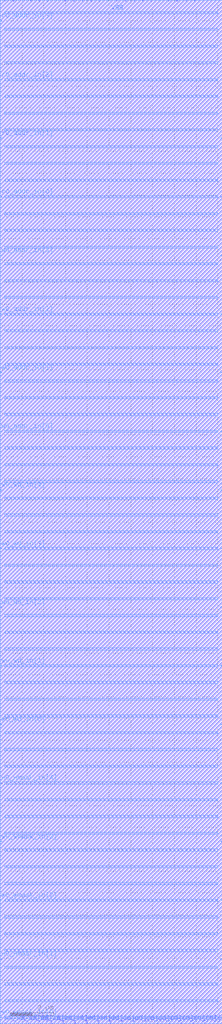
<source format=lef>
VERSION 5.7 ;
BUSBITCHARS "[]" ;
MACRO fakeram_18x256_1r1w
  FOREIGN fakeram_18x256_1r1w 0 0 ;
  SYMMETRY X Y R90 ;
  SIZE 10.203 BY 46.937 ;
  CLASS BLOCK ;
  PIN w0_wmask_in[0]
    DIRECTION INPUT ;
    USE SIGNAL ;
    SHAPE ABUTMENT ;
    PORT
      LAYER M4 ;
      RECT 0.000 0.276 0.072 0.300 ;
    END
  END w0_wmask_in[0]
  PIN w0_wmask_in[1]
    DIRECTION INPUT ;
    USE SIGNAL ;
    SHAPE ABUTMENT ;
    PORT
      LAYER M4 ;
      RECT 0.000 2.964 0.072 2.988 ;
    END
  END w0_wmask_in[1]
  PIN w0_wmask_in[2]
    DIRECTION INPUT ;
    USE SIGNAL ;
    SHAPE ABUTMENT ;
    PORT
      LAYER M4 ;
      RECT 0.000 5.652 0.072 5.676 ;
    END
  END w0_wmask_in[2]
  PIN w0_wmask_in[3]
    DIRECTION INPUT ;
    USE SIGNAL ;
    SHAPE ABUTMENT ;
    PORT
      LAYER M4 ;
      RECT 0.000 8.340 0.072 8.364 ;
    END
  END w0_wmask_in[3]
  PIN w0_wmask_in[4]
    DIRECTION INPUT ;
    USE SIGNAL ;
    SHAPE ABUTMENT ;
    PORT
      LAYER M4 ;
      RECT 0.000 11.028 0.072 11.052 ;
    END
  END w0_wmask_in[4]
  PIN w0_wmask_in[5]
    DIRECTION INPUT ;
    USE SIGNAL ;
    SHAPE ABUTMENT ;
    PORT
      LAYER M4 ;
      RECT 10.131 0.276 10.203 0.300 ;
    END
  END w0_wmask_in[5]
  PIN w0_wmask_in[6]
    DIRECTION INPUT ;
    USE SIGNAL ;
    SHAPE ABUTMENT ;
    PORT
      LAYER M4 ;
      RECT 10.131 2.964 10.203 2.988 ;
    END
  END w0_wmask_in[6]
  PIN w0_wmask_in[7]
    DIRECTION INPUT ;
    USE SIGNAL ;
    SHAPE ABUTMENT ;
    PORT
      LAYER M4 ;
      RECT 10.131 5.652 10.203 5.676 ;
    END
  END w0_wmask_in[7]
  PIN w0_wmask_in[8]
    DIRECTION INPUT ;
    USE SIGNAL ;
    SHAPE ABUTMENT ;
    PORT
      LAYER M4 ;
      RECT 10.131 8.340 10.203 8.364 ;
    END
  END w0_wmask_in[8]
  PIN w0_wmask_in[9]
    DIRECTION INPUT ;
    USE SIGNAL ;
    SHAPE ABUTMENT ;
    PORT
      LAYER M3 ;
      RECT 0.207 46.883 0.225 46.937 ;
    END
  END w0_wmask_in[9]
  PIN w0_wmask_in[10]
    DIRECTION INPUT ;
    USE SIGNAL ;
    SHAPE ABUTMENT ;
    PORT
      LAYER M3 ;
      RECT 0.603 46.883 0.621 46.937 ;
    END
  END w0_wmask_in[10]
  PIN w0_wmask_in[11]
    DIRECTION INPUT ;
    USE SIGNAL ;
    SHAPE ABUTMENT ;
    PORT
      LAYER M3 ;
      RECT 0.999 46.883 1.017 46.937 ;
    END
  END w0_wmask_in[11]
  PIN w0_wmask_in[12]
    DIRECTION INPUT ;
    USE SIGNAL ;
    SHAPE ABUTMENT ;
    PORT
      LAYER M3 ;
      RECT 1.395 46.883 1.413 46.937 ;
    END
  END w0_wmask_in[12]
  PIN w0_wmask_in[13]
    DIRECTION INPUT ;
    USE SIGNAL ;
    SHAPE ABUTMENT ;
    PORT
      LAYER M3 ;
      RECT 1.791 46.883 1.809 46.937 ;
    END
  END w0_wmask_in[13]
  PIN w0_wmask_in[14]
    DIRECTION INPUT ;
    USE SIGNAL ;
    SHAPE ABUTMENT ;
    PORT
      LAYER M3 ;
      RECT 2.187 46.883 2.205 46.937 ;
    END
  END w0_wmask_in[14]
  PIN w0_wmask_in[15]
    DIRECTION INPUT ;
    USE SIGNAL ;
    SHAPE ABUTMENT ;
    PORT
      LAYER M3 ;
      RECT 2.583 46.883 2.601 46.937 ;
    END
  END w0_wmask_in[15]
  PIN w0_wmask_in[16]
    DIRECTION INPUT ;
    USE SIGNAL ;
    SHAPE ABUTMENT ;
    PORT
      LAYER M3 ;
      RECT 2.979 46.883 2.997 46.937 ;
    END
  END w0_wmask_in[16]
  PIN w0_wmask_in[17]
    DIRECTION INPUT ;
    USE SIGNAL ;
    SHAPE ABUTMENT ;
    PORT
      LAYER M3 ;
      RECT 3.375 46.883 3.393 46.937 ;
    END
  END w0_wmask_in[17]
  PIN w0_wd_in[0]
    DIRECTION INPUT ;
    USE SIGNAL ;
    SHAPE ABUTMENT ;
    PORT
      LAYER M4 ;
      RECT 0.000 13.716 0.072 13.740 ;
    END
  END w0_wd_in[0]
  PIN w0_wd_in[1]
    DIRECTION INPUT ;
    USE SIGNAL ;
    SHAPE ABUTMENT ;
    PORT
      LAYER M4 ;
      RECT 0.000 16.404 0.072 16.428 ;
    END
  END w0_wd_in[1]
  PIN w0_wd_in[2]
    DIRECTION INPUT ;
    USE SIGNAL ;
    SHAPE ABUTMENT ;
    PORT
      LAYER M4 ;
      RECT 0.000 19.092 0.072 19.116 ;
    END
  END w0_wd_in[2]
  PIN w0_wd_in[3]
    DIRECTION INPUT ;
    USE SIGNAL ;
    SHAPE ABUTMENT ;
    PORT
      LAYER M4 ;
      RECT 0.000 21.780 0.072 21.804 ;
    END
  END w0_wd_in[3]
  PIN w0_wd_in[4]
    DIRECTION INPUT ;
    USE SIGNAL ;
    SHAPE ABUTMENT ;
    PORT
      LAYER M4 ;
      RECT 0.000 24.468 0.072 24.492 ;
    END
  END w0_wd_in[4]
  PIN w0_wd_in[5]
    DIRECTION INPUT ;
    USE SIGNAL ;
    SHAPE ABUTMENT ;
    PORT
      LAYER M4 ;
      RECT 10.131 11.028 10.203 11.052 ;
    END
  END w0_wd_in[5]
  PIN w0_wd_in[6]
    DIRECTION INPUT ;
    USE SIGNAL ;
    SHAPE ABUTMENT ;
    PORT
      LAYER M4 ;
      RECT 10.131 13.716 10.203 13.740 ;
    END
  END w0_wd_in[6]
  PIN w0_wd_in[7]
    DIRECTION INPUT ;
    USE SIGNAL ;
    SHAPE ABUTMENT ;
    PORT
      LAYER M4 ;
      RECT 10.131 16.404 10.203 16.428 ;
    END
  END w0_wd_in[7]
  PIN w0_wd_in[8]
    DIRECTION INPUT ;
    USE SIGNAL ;
    SHAPE ABUTMENT ;
    PORT
      LAYER M4 ;
      RECT 10.131 19.092 10.203 19.116 ;
    END
  END w0_wd_in[8]
  PIN w0_wd_in[9]
    DIRECTION OUTPUT ;
    USE SIGNAL ;
    SHAPE ABUTMENT ;
    PORT
      LAYER M3 ;
      RECT 0.207 0.000 0.225 0.054 ;
    END
  END w0_wd_in[9]
  PIN w0_wd_in[10]
    DIRECTION OUTPUT ;
    USE SIGNAL ;
    SHAPE ABUTMENT ;
    PORT
      LAYER M3 ;
      RECT 0.747 0.000 0.765 0.054 ;
    END
  END w0_wd_in[10]
  PIN w0_wd_in[11]
    DIRECTION OUTPUT ;
    USE SIGNAL ;
    SHAPE ABUTMENT ;
    PORT
      LAYER M3 ;
      RECT 1.287 0.000 1.305 0.054 ;
    END
  END w0_wd_in[11]
  PIN w0_wd_in[12]
    DIRECTION OUTPUT ;
    USE SIGNAL ;
    SHAPE ABUTMENT ;
    PORT
      LAYER M3 ;
      RECT 1.827 0.000 1.845 0.054 ;
    END
  END w0_wd_in[12]
  PIN w0_wd_in[13]
    DIRECTION OUTPUT ;
    USE SIGNAL ;
    SHAPE ABUTMENT ;
    PORT
      LAYER M3 ;
      RECT 2.367 0.000 2.385 0.054 ;
    END
  END w0_wd_in[13]
  PIN w0_wd_in[14]
    DIRECTION OUTPUT ;
    USE SIGNAL ;
    SHAPE ABUTMENT ;
    PORT
      LAYER M3 ;
      RECT 2.907 0.000 2.925 0.054 ;
    END
  END w0_wd_in[14]
  PIN w0_wd_in[15]
    DIRECTION OUTPUT ;
    USE SIGNAL ;
    SHAPE ABUTMENT ;
    PORT
      LAYER M3 ;
      RECT 3.447 0.000 3.465 0.054 ;
    END
  END w0_wd_in[15]
  PIN w0_wd_in[16]
    DIRECTION OUTPUT ;
    USE SIGNAL ;
    SHAPE ABUTMENT ;
    PORT
      LAYER M3 ;
      RECT 3.987 0.000 4.005 0.054 ;
    END
  END w0_wd_in[16]
  PIN w0_wd_in[17]
    DIRECTION OUTPUT ;
    USE SIGNAL ;
    SHAPE ABUTMENT ;
    PORT
      LAYER M3 ;
      RECT 4.527 0.000 4.545 0.054 ;
    END
  END w0_wd_in[17]
  PIN r0_rd_out[0]
    DIRECTION OUTPUT ;
    USE SIGNAL ;
    SHAPE ABUTMENT ;
    PORT
      LAYER M3 ;
      RECT 5.067 0.000 5.085 0.054 ;
    END
  END r0_rd_out[0]
  PIN r0_rd_out[1]
    DIRECTION OUTPUT ;
    USE SIGNAL ;
    SHAPE ABUTMENT ;
    PORT
      LAYER M3 ;
      RECT 5.607 0.000 5.625 0.054 ;
    END
  END r0_rd_out[1]
  PIN r0_rd_out[2]
    DIRECTION OUTPUT ;
    USE SIGNAL ;
    SHAPE ABUTMENT ;
    PORT
      LAYER M3 ;
      RECT 6.147 0.000 6.165 0.054 ;
    END
  END r0_rd_out[2]
  PIN r0_rd_out[3]
    DIRECTION OUTPUT ;
    USE SIGNAL ;
    SHAPE ABUTMENT ;
    PORT
      LAYER M3 ;
      RECT 6.687 0.000 6.705 0.054 ;
    END
  END r0_rd_out[3]
  PIN r0_rd_out[4]
    DIRECTION OUTPUT ;
    USE SIGNAL ;
    SHAPE ABUTMENT ;
    PORT
      LAYER M3 ;
      RECT 7.227 0.000 7.245 0.054 ;
    END
  END r0_rd_out[4]
  PIN r0_rd_out[5]
    DIRECTION OUTPUT ;
    USE SIGNAL ;
    SHAPE ABUTMENT ;
    PORT
      LAYER M3 ;
      RECT 7.767 0.000 7.785 0.054 ;
    END
  END r0_rd_out[5]
  PIN r0_rd_out[6]
    DIRECTION OUTPUT ;
    USE SIGNAL ;
    SHAPE ABUTMENT ;
    PORT
      LAYER M3 ;
      RECT 8.307 0.000 8.325 0.054 ;
    END
  END r0_rd_out[6]
  PIN r0_rd_out[7]
    DIRECTION OUTPUT ;
    USE SIGNAL ;
    SHAPE ABUTMENT ;
    PORT
      LAYER M3 ;
      RECT 8.847 0.000 8.865 0.054 ;
    END
  END r0_rd_out[7]
  PIN r0_rd_out[8]
    DIRECTION OUTPUT ;
    USE SIGNAL ;
    SHAPE ABUTMENT ;
    PORT
      LAYER M3 ;
      RECT 9.387 0.000 9.405 0.054 ;
    END
  END r0_rd_out[8]
  PIN r0_rd_out[9]
    DIRECTION OUTPUT ;
    USE SIGNAL ;
    SHAPE ABUTMENT ;
    PORT
      LAYER M3 ;
      RECT 3.771 46.883 3.789 46.937 ;
    END
  END r0_rd_out[9]
  PIN r0_rd_out[10]
    DIRECTION OUTPUT ;
    USE SIGNAL ;
    SHAPE ABUTMENT ;
    PORT
      LAYER M3 ;
      RECT 4.167 46.883 4.185 46.937 ;
    END
  END r0_rd_out[10]
  PIN r0_rd_out[11]
    DIRECTION OUTPUT ;
    USE SIGNAL ;
    SHAPE ABUTMENT ;
    PORT
      LAYER M3 ;
      RECT 4.563 46.883 4.581 46.937 ;
    END
  END r0_rd_out[11]
  PIN r0_rd_out[12]
    DIRECTION OUTPUT ;
    USE SIGNAL ;
    SHAPE ABUTMENT ;
    PORT
      LAYER M3 ;
      RECT 4.959 46.883 4.977 46.937 ;
    END
  END r0_rd_out[12]
  PIN r0_rd_out[13]
    DIRECTION OUTPUT ;
    USE SIGNAL ;
    SHAPE ABUTMENT ;
    PORT
      LAYER M3 ;
      RECT 5.355 46.883 5.373 46.937 ;
    END
  END r0_rd_out[13]
  PIN r0_rd_out[14]
    DIRECTION OUTPUT ;
    USE SIGNAL ;
    SHAPE ABUTMENT ;
    PORT
      LAYER M3 ;
      RECT 5.751 46.883 5.769 46.937 ;
    END
  END r0_rd_out[14]
  PIN r0_rd_out[15]
    DIRECTION OUTPUT ;
    USE SIGNAL ;
    SHAPE ABUTMENT ;
    PORT
      LAYER M3 ;
      RECT 6.147 46.883 6.165 46.937 ;
    END
  END r0_rd_out[15]
  PIN r0_rd_out[16]
    DIRECTION OUTPUT ;
    USE SIGNAL ;
    SHAPE ABUTMENT ;
    PORT
      LAYER M3 ;
      RECT 6.543 46.883 6.561 46.937 ;
    END
  END r0_rd_out[16]
  PIN r0_rd_out[17]
    DIRECTION OUTPUT ;
    USE SIGNAL ;
    SHAPE ABUTMENT ;
    PORT
      LAYER M3 ;
      RECT 6.939 46.883 6.957 46.937 ;
    END
  END r0_rd_out[17]
  PIN w0_addr_in[0]
    DIRECTION INPUT ;
    USE SIGNAL ;
    SHAPE ABUTMENT ;
    PORT
      LAYER M4 ;
      RECT 0.000 27.156 0.072 27.180 ;
    END
  END w0_addr_in[0]
  PIN w0_addr_in[1]
    DIRECTION INPUT ;
    USE SIGNAL ;
    SHAPE ABUTMENT ;
    PORT
      LAYER M4 ;
      RECT 0.000 29.844 0.072 29.868 ;
    END
  END w0_addr_in[1]
  PIN w0_addr_in[2]
    DIRECTION INPUT ;
    USE SIGNAL ;
    SHAPE ABUTMENT ;
    PORT
      LAYER M4 ;
      RECT 0.000 32.532 0.072 32.556 ;
    END
  END w0_addr_in[2]
  PIN w0_addr_in[3]
    DIRECTION INPUT ;
    USE SIGNAL ;
    SHAPE ABUTMENT ;
    PORT
      LAYER M4 ;
      RECT 0.000 35.220 0.072 35.244 ;
    END
  END w0_addr_in[3]
  PIN w0_addr_in[4]
    DIRECTION INPUT ;
    USE SIGNAL ;
    SHAPE ABUTMENT ;
    PORT
      LAYER M4 ;
      RECT 10.131 21.780 10.203 21.804 ;
    END
  END w0_addr_in[4]
  PIN w0_addr_in[5]
    DIRECTION INPUT ;
    USE SIGNAL ;
    SHAPE ABUTMENT ;
    PORT
      LAYER M4 ;
      RECT 10.131 24.468 10.203 24.492 ;
    END
  END w0_addr_in[5]
  PIN w0_addr_in[6]
    DIRECTION INPUT ;
    USE SIGNAL ;
    SHAPE ABUTMENT ;
    PORT
      LAYER M4 ;
      RECT 10.131 27.156 10.203 27.180 ;
    END
  END w0_addr_in[6]
  PIN w0_addr_in[7]
    DIRECTION INPUT ;
    USE SIGNAL ;
    SHAPE ABUTMENT ;
    PORT
      LAYER M4 ;
      RECT 10.131 29.844 10.203 29.868 ;
    END
  END w0_addr_in[7]
  PIN r0_addr_in[0]
    DIRECTION INPUT ;
    USE SIGNAL ;
    SHAPE ABUTMENT ;
    PORT
      LAYER M4 ;
      RECT 0.000 37.908 0.072 37.932 ;
    END
  END r0_addr_in[0]
  PIN r0_addr_in[1]
    DIRECTION INPUT ;
    USE SIGNAL ;
    SHAPE ABUTMENT ;
    PORT
      LAYER M4 ;
      RECT 0.000 40.596 0.072 40.620 ;
    END
  END r0_addr_in[1]
  PIN r0_addr_in[2]
    DIRECTION INPUT ;
    USE SIGNAL ;
    SHAPE ABUTMENT ;
    PORT
      LAYER M4 ;
      RECT 0.000 43.284 0.072 43.308 ;
    END
  END r0_addr_in[2]
  PIN r0_addr_in[3]
    DIRECTION INPUT ;
    USE SIGNAL ;
    SHAPE ABUTMENT ;
    PORT
      LAYER M4 ;
      RECT 0.000 45.972 0.072 45.996 ;
    END
  END r0_addr_in[3]
  PIN r0_addr_in[4]
    DIRECTION INPUT ;
    USE SIGNAL ;
    SHAPE ABUTMENT ;
    PORT
      LAYER M4 ;
      RECT 10.131 32.532 10.203 32.556 ;
    END
  END r0_addr_in[4]
  PIN r0_addr_in[5]
    DIRECTION INPUT ;
    USE SIGNAL ;
    SHAPE ABUTMENT ;
    PORT
      LAYER M4 ;
      RECT 10.131 35.220 10.203 35.244 ;
    END
  END r0_addr_in[5]
  PIN r0_addr_in[6]
    DIRECTION INPUT ;
    USE SIGNAL ;
    SHAPE ABUTMENT ;
    PORT
      LAYER M4 ;
      RECT 10.131 37.908 10.203 37.932 ;
    END
  END r0_addr_in[6]
  PIN r0_addr_in[7]
    DIRECTION INPUT ;
    USE SIGNAL ;
    SHAPE ABUTMENT ;
    PORT
      LAYER M4 ;
      RECT 10.131 40.596 10.203 40.620 ;
    END
  END r0_addr_in[7]
  PIN w0_we_in
    DIRECTION INPUT ;
    USE SIGNAL ;
    SHAPE ABUTMENT ;
    PORT
      LAYER M3 ;
      RECT 7.335 46.883 7.353 46.937 ;
    END
  END w0_we_in
  PIN w0_ce_in
    DIRECTION INPUT ;
    USE SIGNAL ;
    SHAPE ABUTMENT ;
    PORT
      LAYER M3 ;
      RECT 7.731 46.883 7.749 46.937 ;
    END
  END w0_ce_in
  PIN w0_clk
    DIRECTION INPUT ;
    USE SIGNAL ;
    SHAPE ABUTMENT ;
    PORT
      LAYER M3 ;
      RECT 8.127 46.883 8.145 46.937 ;
    END
  END w0_clk
  PIN r0_ce_in
    DIRECTION INPUT ;
    USE SIGNAL ;
    SHAPE ABUTMENT ;
    PORT
      LAYER M3 ;
      RECT 8.523 46.883 8.541 46.937 ;
    END
  END r0_ce_in
  PIN r0_clk
    DIRECTION INPUT ;
    USE SIGNAL ;
    SHAPE ABUTMENT ;
    PORT
      LAYER M3 ;
      RECT 8.919 46.883 8.937 46.937 ;
    END
  END r0_clk
  PIN VSS
    DIRECTION INOUT ;
    USE GROUND ;
    PORT
      LAYER M4 ;
      RECT 0.216 0.240 9.987 0.336 ;
      RECT 0.216 1.008 9.987 1.104 ;
      RECT 0.216 1.776 9.987 1.872 ;
      RECT 0.216 2.544 9.987 2.640 ;
      RECT 0.216 3.312 9.987 3.408 ;
      RECT 0.216 4.080 9.987 4.176 ;
      RECT 0.216 4.848 9.987 4.944 ;
      RECT 0.216 5.616 9.987 5.712 ;
      RECT 0.216 6.384 9.987 6.480 ;
      RECT 0.216 7.152 9.987 7.248 ;
      RECT 0.216 7.920 9.987 8.016 ;
      RECT 0.216 8.688 9.987 8.784 ;
      RECT 0.216 9.456 9.987 9.552 ;
      RECT 0.216 10.224 9.987 10.320 ;
      RECT 0.216 10.992 9.987 11.088 ;
      RECT 0.216 11.760 9.987 11.856 ;
      RECT 0.216 12.528 9.987 12.624 ;
      RECT 0.216 13.296 9.987 13.392 ;
      RECT 0.216 14.064 9.987 14.160 ;
      RECT 0.216 14.832 9.987 14.928 ;
      RECT 0.216 15.600 9.987 15.696 ;
      RECT 0.216 16.368 9.987 16.464 ;
      RECT 0.216 17.136 9.987 17.232 ;
      RECT 0.216 17.904 9.987 18.000 ;
      RECT 0.216 18.672 9.987 18.768 ;
      RECT 0.216 19.440 9.987 19.536 ;
      RECT 0.216 20.208 9.987 20.304 ;
      RECT 0.216 20.976 9.987 21.072 ;
      RECT 0.216 21.744 9.987 21.840 ;
      RECT 0.216 22.512 9.987 22.608 ;
      RECT 0.216 23.280 9.987 23.376 ;
      RECT 0.216 24.048 9.987 24.144 ;
      RECT 0.216 24.816 9.987 24.912 ;
      RECT 0.216 25.584 9.987 25.680 ;
      RECT 0.216 26.352 9.987 26.448 ;
      RECT 0.216 27.120 9.987 27.216 ;
      RECT 0.216 27.888 9.987 27.984 ;
      RECT 0.216 28.656 9.987 28.752 ;
      RECT 0.216 29.424 9.987 29.520 ;
      RECT 0.216 30.192 9.987 30.288 ;
      RECT 0.216 30.960 9.987 31.056 ;
      RECT 0.216 31.728 9.987 31.824 ;
      RECT 0.216 32.496 9.987 32.592 ;
      RECT 0.216 33.264 9.987 33.360 ;
      RECT 0.216 34.032 9.987 34.128 ;
      RECT 0.216 34.800 9.987 34.896 ;
      RECT 0.216 35.568 9.987 35.664 ;
      RECT 0.216 36.336 9.987 36.432 ;
      RECT 0.216 37.104 9.987 37.200 ;
      RECT 0.216 37.872 9.987 37.968 ;
      RECT 0.216 38.640 9.987 38.736 ;
      RECT 0.216 39.408 9.987 39.504 ;
      RECT 0.216 40.176 9.987 40.272 ;
      RECT 0.216 40.944 9.987 41.040 ;
      RECT 0.216 41.712 9.987 41.808 ;
      RECT 0.216 42.480 9.987 42.576 ;
      RECT 0.216 43.248 9.987 43.344 ;
      RECT 0.216 44.016 9.987 44.112 ;
      RECT 0.216 44.784 9.987 44.880 ;
      RECT 0.216 45.552 9.987 45.648 ;
      RECT 0.216 46.320 9.987 46.416 ;
    END
  END VSS
  PIN VDD
    DIRECTION INOUT ;
    USE POWER ;
    PORT
      LAYER M4 ;
      RECT 0.216 0.240 9.987 0.336 ;
      RECT 0.216 1.008 9.987 1.104 ;
      RECT 0.216 1.776 9.987 1.872 ;
      RECT 0.216 2.544 9.987 2.640 ;
      RECT 0.216 3.312 9.987 3.408 ;
      RECT 0.216 4.080 9.987 4.176 ;
      RECT 0.216 4.848 9.987 4.944 ;
      RECT 0.216 5.616 9.987 5.712 ;
      RECT 0.216 6.384 9.987 6.480 ;
      RECT 0.216 7.152 9.987 7.248 ;
      RECT 0.216 7.920 9.987 8.016 ;
      RECT 0.216 8.688 9.987 8.784 ;
      RECT 0.216 9.456 9.987 9.552 ;
      RECT 0.216 10.224 9.987 10.320 ;
      RECT 0.216 10.992 9.987 11.088 ;
      RECT 0.216 11.760 9.987 11.856 ;
      RECT 0.216 12.528 9.987 12.624 ;
      RECT 0.216 13.296 9.987 13.392 ;
      RECT 0.216 14.064 9.987 14.160 ;
      RECT 0.216 14.832 9.987 14.928 ;
      RECT 0.216 15.600 9.987 15.696 ;
      RECT 0.216 16.368 9.987 16.464 ;
      RECT 0.216 17.136 9.987 17.232 ;
      RECT 0.216 17.904 9.987 18.000 ;
      RECT 0.216 18.672 9.987 18.768 ;
      RECT 0.216 19.440 9.987 19.536 ;
      RECT 0.216 20.208 9.987 20.304 ;
      RECT 0.216 20.976 9.987 21.072 ;
      RECT 0.216 21.744 9.987 21.840 ;
      RECT 0.216 22.512 9.987 22.608 ;
      RECT 0.216 23.280 9.987 23.376 ;
      RECT 0.216 24.048 9.987 24.144 ;
      RECT 0.216 24.816 9.987 24.912 ;
      RECT 0.216 25.584 9.987 25.680 ;
      RECT 0.216 26.352 9.987 26.448 ;
      RECT 0.216 27.120 9.987 27.216 ;
      RECT 0.216 27.888 9.987 27.984 ;
      RECT 0.216 28.656 9.987 28.752 ;
      RECT 0.216 29.424 9.987 29.520 ;
      RECT 0.216 30.192 9.987 30.288 ;
      RECT 0.216 30.960 9.987 31.056 ;
      RECT 0.216 31.728 9.987 31.824 ;
      RECT 0.216 32.496 9.987 32.592 ;
      RECT 0.216 33.264 9.987 33.360 ;
      RECT 0.216 34.032 9.987 34.128 ;
      RECT 0.216 34.800 9.987 34.896 ;
      RECT 0.216 35.568 9.987 35.664 ;
      RECT 0.216 36.336 9.987 36.432 ;
      RECT 0.216 37.104 9.987 37.200 ;
      RECT 0.216 37.872 9.987 37.968 ;
      RECT 0.216 38.640 9.987 38.736 ;
      RECT 0.216 39.408 9.987 39.504 ;
      RECT 0.216 40.176 9.987 40.272 ;
      RECT 0.216 40.944 9.987 41.040 ;
      RECT 0.216 41.712 9.987 41.808 ;
      RECT 0.216 42.480 9.987 42.576 ;
      RECT 0.216 43.248 9.987 43.344 ;
      RECT 0.216 44.016 9.987 44.112 ;
      RECT 0.216 44.784 9.987 44.880 ;
      RECT 0.216 45.552 9.987 45.648 ;
      RECT 0.216 46.320 9.987 46.416 ;
    END
  END VDD
  OBS
    LAYER M1 ;
    RECT 0 0 10.203 46.937 ;
    LAYER M2 ;
    RECT 0 0 10.203 46.937 ;
    LAYER M3 ;
    RECT 0 0 10.203 46.937 ;
    LAYER M4 ;
    RECT 0 0 10.203 46.937 ;
  END
END fakeram_18x256_1r1w

END LIBRARY

</source>
